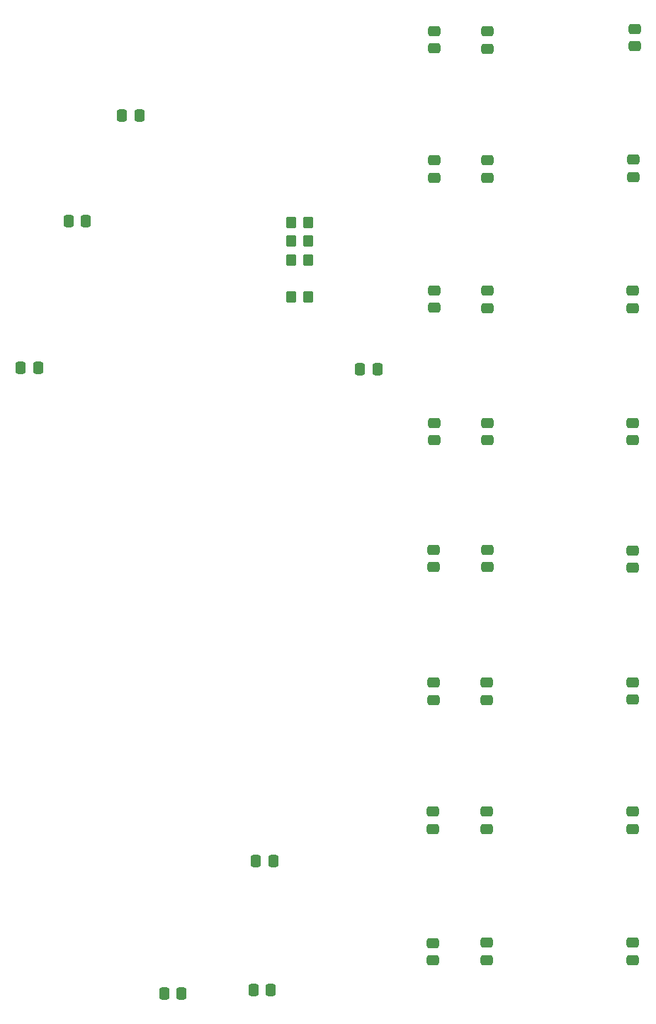
<source format=gbr>
%TF.GenerationSoftware,KiCad,Pcbnew,8.0.5*%
%TF.CreationDate,2024-11-12T15:17:28-04:00*%
%TF.ProjectId,RAMEXB_V2_Github,52414d45-5842-45f5-9632-5f4769746875,rev?*%
%TF.SameCoordinates,Original*%
%TF.FileFunction,Paste,Bot*%
%TF.FilePolarity,Positive*%
%FSLAX46Y46*%
G04 Gerber Fmt 4.6, Leading zero omitted, Abs format (unit mm)*
G04 Created by KiCad (PCBNEW 8.0.5) date 2024-11-12 15:17:28*
%MOMM*%
%LPD*%
G01*
G04 APERTURE LIST*
G04 Aperture macros list*
%AMRoundRect*
0 Rectangle with rounded corners*
0 $1 Rounding radius*
0 $2 $3 $4 $5 $6 $7 $8 $9 X,Y pos of 4 corners*
0 Add a 4 corners polygon primitive as box body*
4,1,4,$2,$3,$4,$5,$6,$7,$8,$9,$2,$3,0*
0 Add four circle primitives for the rounded corners*
1,1,$1+$1,$2,$3*
1,1,$1+$1,$4,$5*
1,1,$1+$1,$6,$7*
1,1,$1+$1,$8,$9*
0 Add four rect primitives between the rounded corners*
20,1,$1+$1,$2,$3,$4,$5,0*
20,1,$1+$1,$4,$5,$6,$7,0*
20,1,$1+$1,$6,$7,$8,$9,0*
20,1,$1+$1,$8,$9,$2,$3,0*%
G04 Aperture macros list end*
%ADD10RoundRect,0.250000X0.475000X-0.337500X0.475000X0.337500X-0.475000X0.337500X-0.475000X-0.337500X0*%
%ADD11RoundRect,0.250000X-0.350000X-0.450000X0.350000X-0.450000X0.350000X0.450000X-0.350000X0.450000X0*%
%ADD12RoundRect,0.250000X0.337500X0.475000X-0.337500X0.475000X-0.337500X-0.475000X0.337500X-0.475000X0*%
%ADD13RoundRect,0.250000X-0.337500X-0.475000X0.337500X-0.475000X0.337500X0.475000X-0.337500X0.475000X0*%
G04 APERTURE END LIST*
D10*
%TO.C,C22*%
X219825000Y-117343910D03*
X219825000Y-115268910D03*
%TD*%
%TO.C,C6*%
X243660000Y-70891151D03*
X243660000Y-68816151D03*
%TD*%
%TO.C,C26*%
X226300000Y-39537500D03*
X226300000Y-37462500D03*
%TD*%
%TO.C,C17*%
X243630000Y-132997500D03*
X243630000Y-130922500D03*
%TD*%
%TO.C,C7*%
X226300000Y-70901151D03*
X226300000Y-68826151D03*
%TD*%
D11*
%TO.C,R21*%
X202895000Y-47122000D03*
X204895000Y-47122000D03*
%TD*%
D10*
%TO.C,C23*%
X226250000Y-132992494D03*
X226250000Y-130917494D03*
%TD*%
%TO.C,C30*%
X219960000Y-24063748D03*
X219960000Y-21988748D03*
%TD*%
%TO.C,C9*%
X243650000Y-86143785D03*
X243650000Y-84068785D03*
%TD*%
%TO.C,C11*%
X219905900Y-86049085D03*
X219905900Y-83974085D03*
%TD*%
%TO.C,C19*%
X219825000Y-133037494D03*
X219825000Y-130962494D03*
%TD*%
%TO.C,C32*%
X243890000Y-23833748D03*
X243890000Y-21758748D03*
%TD*%
D11*
%TO.C,R18*%
X202895000Y-53773000D03*
X204895000Y-53773000D03*
%TD*%
D10*
%TO.C,C5*%
X226286000Y-55096671D03*
X226286000Y-53021671D03*
%TD*%
%TO.C,C15*%
X226200000Y-101942304D03*
X226200000Y-99867304D03*
%TD*%
D12*
%TO.C,C30*%
X213152500Y-62375000D03*
X211077500Y-62375000D03*
%TD*%
D10*
%TO.C,C2*%
X220000000Y-55058171D03*
X220000000Y-52983171D03*
%TD*%
%TO.C,C14*%
X243650000Y-101894404D03*
X243650000Y-99819404D03*
%TD*%
%TO.C,C27*%
X243710000Y-39427500D03*
X243710000Y-37352500D03*
%TD*%
D13*
%TO.C,C13*%
X182642500Y-32070000D03*
X184717500Y-32070000D03*
%TD*%
D10*
%TO.C,C10*%
X226345000Y-86053785D03*
X226345000Y-83978785D03*
%TD*%
D12*
%TO.C,C29*%
X200417500Y-136620000D03*
X198342500Y-136620000D03*
%TD*%
D11*
%TO.C,R20*%
X202895000Y-49339000D03*
X204895000Y-49339000D03*
%TD*%
D10*
%TO.C,C12*%
X219850300Y-101942304D03*
X219850300Y-99867304D03*
%TD*%
%TO.C,C20*%
X243670000Y-117351010D03*
X243670000Y-115276010D03*
%TD*%
%TO.C,C4*%
X243646000Y-55086671D03*
X243646000Y-53011671D03*
%TD*%
D12*
%TO.C,C16*%
X189737679Y-137002144D03*
X187662679Y-137002144D03*
%TD*%
%TO.C,C18*%
X178337500Y-44700000D03*
X176262500Y-44700000D03*
%TD*%
D10*
%TO.C,C31*%
X226290000Y-24123748D03*
X226290000Y-22048748D03*
%TD*%
D12*
%TO.C,C28*%
X200727500Y-121170000D03*
X198652500Y-121170000D03*
%TD*%
D11*
%TO.C,R11*%
X202895000Y-44905000D03*
X204895000Y-44905000D03*
%TD*%
D10*
%TO.C,C3*%
X219960000Y-70893651D03*
X219960000Y-68818651D03*
%TD*%
%TO.C,C21*%
X226225000Y-117343910D03*
X226225000Y-115268910D03*
%TD*%
%TO.C,C25*%
X219970000Y-39540000D03*
X219970000Y-37465000D03*
%TD*%
D12*
%TO.C,C1*%
X172587500Y-62250000D03*
X170512500Y-62250000D03*
%TD*%
M02*

</source>
